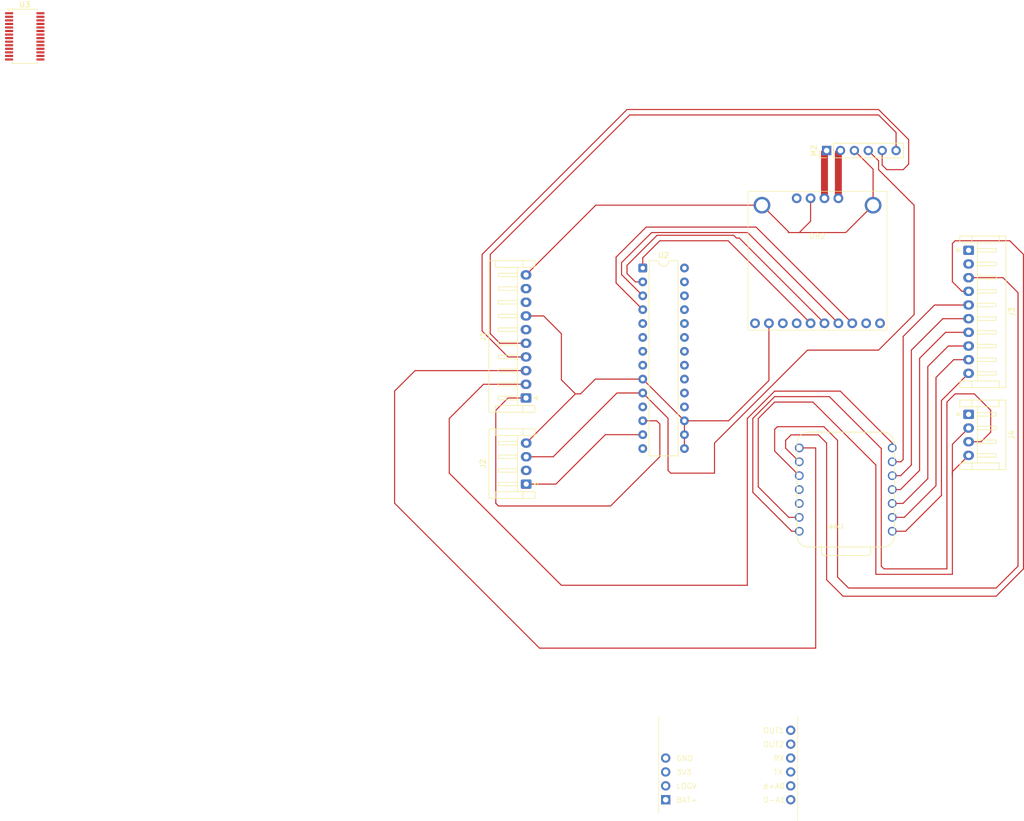
<source format=kicad_pcb>
(kicad_pcb (version 20241229) (generator "pcbnew") (generator_version "9.0")
  (layers (0 "F.Cu" signal) (2 "B.Cu" signal) (13 "F.Paste" user) (15 "B.Paste" user) (5 "F.SilkS" user "F.Silkscreen") (7 "B.SilkS" user "B.Silkscreen") (1 "F.Mask" user) (3 "B.Mask" user) (25 "Edge.Cuts" user))
  (net 0 "")
  (net 1 "/pr2")
  (net 2 "GND")
  (net 3 "/pr7")
  (net 4 "Net-(DR2-OUT2)")
  (net 5 "/TX")
  (net 6 "Net-(DR2-OUT1)")
  (net 7 "/pr8")
  (net 9 "/RX")
  (net 10 "Net-(DR2-PWM2)")
  (net 11 "/pr5")
  (net 12 "/pr6")
  (net 13 "/pr1")
  (net 14 "/pr3")
  (net 15 "/pr4")
  (net 16 "+12V")
  (net 17 "/D-A1")
  (net 18 "/encB")
  (net 19 "/D+A0")
  (net 20 "/SCL")
  (net 21 "/encA")
  (net 22 "Net-(DR2-EN)")
  (net 23 "/OUT1")
  (net 24 "/OUT2")
  (net 25 "+5V")
  (net 26 "/SDA")
  (net 27 "/RED")
  (net 28 "Net-(DR2-PWM1)")
  (net 29 "Net-(DR2-ENB)")
  (net 30 "/GREEN")
  (net 31 "/BLUE")
  (net 37 "Net-(U3-~{OE})")
  (net 51 "SDA")
  (net 52 "SCL")
  (net 70 "5v")
  (footprint "Connector_JST:JST_EH_S4B-EH_1x04_P2.50mm_Horizontal" (layer "F.Cu") (at 95.565 87 90)
    (property "Reference" "J2" (at 3.75 -7.9 90) (layer "F.SilkS"))
    (property "Value" "Conn_01x04_Pin")
    (pad "1" thru_hole roundrect (at 0 0 90) (size 1.7 1.95) (drill 0.95) (layers "*.Cu" "*.Mask") (roundrect_rratio 0.147059) (net 26 "/SDA"))
    (pad "2" thru_hole oval (at 2.5 0 90) (size 1.7 1.95) (drill 0.95) (layers "*.Cu" "*.Mask") (net 2 "GND"))
    (pad "3" thru_hole oval (at 5 0 90) (size 1.7 1.95) (drill 0.95) (layers "*.Cu" "*.Mask") (net 25 "+5V"))
    (pad "4" thru_hole oval (at 7.5 0 90) (size 1.7 1.95) (drill 0.95) (layers "*.Cu" "*.Mask") (net 2 "GND"))
  )
  (footprint "Package_SO:TSSOP-28_4.4x9.7mm_P0.65mm" (layer "F.Cu") (at 3.875 5.125)
    (property "Reference" "U3" (at 0 -5.8 0) (layer "F.SilkS"))
    (property "Value" "PCA9685PW")
    (pad "1" smd roundrect (at -2.8625 -4.225) (size 1.475 0.4) (layers "F.Cu" "F.Mask" "F.Paste") (net 2 "GND"))
    (pad "2" smd roundrect (at -2.8625 -3.575) (size 1.475 0.4) (layers "F.Cu" "F.Mask" "F.Paste") (net 2 "GND"))
    (pad "3" smd roundrect (at -2.8625 -2.925) (size 1.475 0.4) (layers "F.Cu" "F.Mask" "F.Paste") (net 2 "GND"))
    (pad "4" smd roundrect (at -2.8625 -2.275) (size 1.475 0.4) (layers "F.Cu" "F.Mask" "F.Paste") (net 2 "GND"))
    (pad "5" smd roundrect (at -2.8625 -1.625) (size 1.475 0.4) (layers "F.Cu" "F.Mask" "F.Paste") (net 2 "GND"))
    (pad "6" smd roundrect (at -2.8625 -0.975) (size 1.475 0.4) (layers "F.Cu" "F.Mask" "F.Paste") (net 22 "Net-(DR2-EN)"))
    (pad "7" smd roundrect (at -2.8625 -0.325) (size 1.475 0.4) (layers "F.Cu" "F.Mask" "F.Paste") (net 29 "Net-(DR2-ENB)"))
    (pad "8" smd roundrect (at -2.8625 0.325) (size 1.475 0.4) (layers "F.Cu" "F.Mask" "F.Paste") (net 10 "Net-(DR2-PWM2)"))
    (pad "9" smd roundrect (at -2.8625 0.975) (size 1.475 0.4) (layers "F.Cu" "F.Mask" "F.Paste") (net 28 "Net-(DR2-PWM1)"))
    (pad "10" smd roundrect (at -2.8625 1.625) (size 1.475 0.4) (layers "F.Cu" "F.Mask" "F.Paste") (net 27 "/RED"))
    (pad "11" smd roundrect (at -2.8625 2.275) (size 1.475 0.4) (layers "F.Cu" "F.Mask" "F.Paste") (net 30 "/GREEN"))
    (pad "12" smd roundrect (at -2.8625 2.925) (size 1.475 0.4) (layers "F.Cu" "F.Mask" "F.Paste") (net 31 "/BLUE"))
    (pad "13" smd roundrect (at -2.8625 3.575) (size 1.475 0.4) (layers "F.Cu" "F.Mask" "F.Paste"))
    (pad "14" smd roundrect (at -2.8625 4.225) (size 1.475 0.4) (layers "F.Cu" "F.Mask" "F.Paste") (net 25 "+5V"))
    (pad "15" smd roundrect (at 2.8625 4.225) (size 1.475 0.4) (layers "F.Cu" "F.Mask" "F.Paste"))
    (pad "16" smd roundrect (at 2.8625 3.575) (size 1.475 0.4) (layers "F.Cu" "F.Mask" "F.Paste"))
    (pad "17" smd roundrect (at 2.8625 2.925) (size 1.475 0.4) (layers "F.Cu" "F.Mask" "F.Paste"))
    (pad "18" smd roundrect (at 2.8625 2.275) (size 1.475 0.4) (layers "F.Cu" "F.Mask" "F.Paste"))
    (pad "19" smd roundrect (at 2.8625 1.625) (size 1.475 0.4) (layers "F.Cu" "F.Mask" "F.Paste"))
    (pad "20" smd roundrect (at 2.8625 0.975) (size 1.475 0.4) (layers "F.Cu" "F.Mask" "F.Paste"))
    (pad "21" smd roundrect (at 2.8625 0.325) (size 1.475 0.4) (layers "F.Cu" "F.Mask" "F.Paste"))
    (pad "22" smd roundrect (at 2.8625 -0.325) (size 1.475 0.4) (layers "F.Cu" "F.Mask" "F.Paste") (net 2 "GND"))
    (pad "23" smd roundrect (at 2.8625 -0.975) (size 1.475 0.4) (layers "F.Cu" "F.Mask" "F.Paste") (net 37 "Net-(U3-~{OE})"))
    (pad "24" smd roundrect (at 2.8625 -1.625) (size 1.475 0.4) (layers "F.Cu" "F.Mask" "F.Paste") (net 2 "GND"))
    (pad "25" smd roundrect (at 2.8625 -2.275) (size 1.475 0.4) (layers "F.Cu" "F.Mask" "F.Paste") (net 25 "+5V"))
    (pad "26" smd roundrect (at 2.8625 -2.925) (size 1.475 0.4) (layers "F.Cu" "F.Mask" "F.Paste") (net 20 "/SCL"))
    (pad "27" smd roundrect (at 2.8625 -3.575) (size 1.475 0.4) (layers "F.Cu" "F.Mask" "F.Paste") (net 26 "/SDA"))
    (pad "28" smd roundrect (at 2.8625 -4.225) (size 1.475 0.4) (layers "F.Cu" "F.Mask" "F.Paste") (net 2 "GND"))
  )
  (footprint "Connector_JST:JST_EH_S10B-EH_1x10_P2.50mm_Horizontal" (layer "F.Cu") (at 95.5325 71.25 90)
    (property "Reference" "J1" (at 11.25 -7.9 90) (layer "F.SilkS"))
    (property "Value" "Conn_01x10_Pin")
    (pad "1" thru_hole roundrect (at 0 0 90) (size 1.7 1.95) (drill 0.95) (layers "*.Cu" "*.Mask") (roundrect_rratio 0.147059) (net 2 "GND"))
    (pad "2" thru_hole oval (at 2.5 0 90) (size 1.7 1.95) (drill 0.95) (layers "*.Cu" "*.Mask") (net 17 "/D-A1"))
    (pad "3" thru_hole oval (at 5 0 90) (size 1.7 1.95) (drill 0.95) (layers "*.Cu" "*.Mask") (net 19 "/D+A0"))
    (pad "4" thru_hole oval (at 7.5 0 90) (size 1.7 1.95) (drill 0.95) (layers "*.Cu" "*.Mask") (net 23 "/OUT1"))
    (pad "5" thru_hole oval (at 10 0 90) (size 1.7 1.95) (drill 0.95) (layers "*.Cu" "*.Mask") (net 24 "/OUT2"))
    (pad "6" thru_hole oval (at 12.5 0 90) (size 1.7 1.95) (drill 0.95) (layers "*.Cu" "*.Mask") (net 21 "/encA"))
    (pad "7" thru_hole oval (at 15 0 90) (size 1.7 1.95) (drill 0.95) (layers "*.Cu" "*.Mask") (net 18 "/encB"))
    (pad "8" thru_hole oval (at 17.5 0 90) (size 1.7 1.95) (drill 0.95) (layers "*.Cu" "*.Mask") (net 5 "/TX"))
    (pad "9" thru_hole oval (at 20 0 90) (size 1.7 1.95) (drill 0.95) (layers "*.Cu" "*.Mask") (net 9 "/RX"))
    (pad "10" thru_hole oval (at 22.5 0 90) (size 1.7 1.95) (drill 0.95) (layers "*.Cu" "*.Mask") (net 20 "/SCL"))
  )
  (footprint "Library:motordriver" (layer "F.Cu") (at 148.84 46.16)
    (property "Reference" "DR2" (at 0 -4.5 0) (layer "F.SilkS") (effects (font (thickness 0.1))))
    (property "Value" "~")
    (pad "0" thru_hole circle (at -10.16 -10.16) (size 3.048 3.048) (drill 2.1844) (layers "*.Cu" "*.Mask") (net 2 "GND"))
    (pad "0" thru_hole circle (at 10.16 -10.16) (size 3.048 3.048) (drill 2.1844) (layers "*.Cu" "*.Mask") (net 2 "GND"))
    (pad "1" thru_hole circle (at -3.81 -11.43) (size 1.778 1.778) (drill 1.016) (layers "*.Cu" "*.Mask") (net 16 "+12V"))
    (pad "2" thru_hole circle (at -1.27 -11.43) (size 1.778 1.778) (drill 1.016) (layers "*.Cu" "*.Mask") (net 2 "GND"))
    (pad "3" thru_hole circle (at 1.27 -11.43) (size 1.778 1.778) (drill 1.016) (layers "*.Cu" "*.Mask") (net 4 "Net-(DR2-OUT2)"))
    (pad "4" thru_hole circle (at 3.81 -11.43) (size 1.778 1.778) (drill 1.016) (layers "*.Cu" "*.Mask") (net 6 "Net-(DR2-OUT1)"))
    (pad "5" thru_hole circle (at -11.43 11.43) (size 1.778 1.778) (drill 1.016) (layers "*.Cu" "*.Mask"))
    (pad "6" thru_hole circle (at -8.89 11.43) (size 1.778 1.778) (drill 1.016) (layers "*.Cu" "*.Mask") (net 2 "GND"))
    (pad "7" thru_hole circle (at -6.35 11.43) (size 1.778 1.778) (drill 1.016) (layers "*.Cu" "*.Mask"))
    (pad "8" thru_hole circle (at -3.81 11.43) (size 1.778 1.778) (drill 1.016) (layers "*.Cu" "*.Mask"))
    (pad "9" thru_hole circle (at -1.27 11.43) (size 1.778 1.778) (drill 1.016) (layers "*.Cu" "*.Mask") (net 22 "Net-(DR2-EN)"))
    (pad "10" thru_hole circle (at 1.27 11.43) (size 1.778 1.778) (drill 1.016) (layers "*.Cu" "*.Mask") (net 29 "Net-(DR2-ENB)"))
    (pad "11" thru_hole circle (at 3.81 11.43) (size 1.778 1.778) (drill 1.016) (layers "*.Cu" "*.Mask") (net 10 "Net-(DR2-PWM2)"))
    (pad "12" thru_hole circle (at 6.35 11.43) (size 1.778 1.778) (drill 1.016) (layers "*.Cu" "*.Mask") (net 28 "Net-(DR2-PWM1)"))
    (pad "13" thru_hole circle (at 8.89 11.43) (size 1.778 1.778) (drill 1.016) (layers "*.Cu" "*.Mask"))
    (pad "14" thru_hole circle (at 11.43 11.43) (size 1.778 1.778) (drill 1.016) (layers "*.Cu" "*.Mask"))
  )
  (footprint "Library:soccer-communication-module" (layer "F.Cu") (at 128.69 139.635)
    (property "Reference" "U1" (hide yes))
    (property "Value" "soccer communinication module" (hide yes))
    (fp_text user "d+A0" (at 10.16 3.175 0) (layer "F.SilkS") (effects (font (thickness 0.1)) (justify left bottom)))
    (fp_text user "RX" (at 12.065 -1.905 0) (layer "F.SilkS") (effects (font (thickness 0.1)) (justify left bottom)))
    (fp_text user "OUT1" (at 10.16 -6.985 0) (layer "F.SilkS") (effects (font (thickness 0.1)) (justify left bottom)))
    (fp_text user "BAT+" (at -5.715 5.715 0) (layer "F.SilkS") (effects (font (thickness 0.1)) (justify left bottom)))
    (fp_text user "OUT2" (at 10.16 -4.445 0) (layer "F.SilkS") (effects (font (thickness 0.1)) (justify left bottom)))
    (fp_text user "D-A1" (at 10.16 5.715 0) (layer "F.SilkS") (effects (font (thickness 0.1)) (justify left bottom)))
    (fp_text user "LOGV" (at -5.715 3.175 0) (layer "F.SilkS") (effects (font (thickness 0.1)) (justify left bottom)))
    (fp_text user "GND" (at -5.715 -1.905 0) (layer "F.SilkS") (effects (font (thickness 0.1)) (justify left bottom)))
    (fp_text user "TX" (at 12.065 0.635 0) (layer "F.SilkS") (effects (font (thickness 0.1)) (justify left bottom)))
    (fp_text user "3V3" (at -5.715 0.635 0) (layer "F.SilkS") (effects (font (thickness 0.1)) (justify left bottom)))
    (pad "1" thru_hole rect (at -7.62 5.08) (size 1.7 1.7) (drill 1) (layers "*.Cu" "*.Mask") (net 16 "+12V"))
    (pad "2" thru_hole oval (at -7.62 2.54) (size 1.7 1.7) (drill 1) (layers "*.Cu" "*.Mask") (net 25 "+5V"))
    (pad "3" thru_hole oval (at -7.62 0) (size 1.7 1.7) (drill 1) (layers "*.Cu" "*.Mask"))
    (pad "4" thru_hole oval (at -7.62 -2.54) (size 1.7 1.7) (drill 1) (layers "*.Cu" "*.Mask") (net 2 "GND"))
    (pad "5" thru_hole oval (at 15.24 5.08) (size 1.7 1.7) (drill 1) (layers "*.Cu" "*.Mask") (net 17 "/D-A1"))
    (pad "6" thru_hole oval (at 15.24 2.54) (size 1.7 1.7) (drill 1) (layers "*.Cu" "*.Mask") (net 19 "/D+A0"))
    (pad "7" thru_hole oval (at 15.24 0) (size 1.7 1.7) (drill 1) (layers "*.Cu" "*.Mask"))
    (pad "8" thru_hole oval (at 15.24 -2.54) (size 1.7 1.7) (drill 1) (layers "*.Cu" "*.Mask"))
    (pad "9" thru_hole oval (at 15.24 -5.08) (size 1.7 1.7) (drill 1) (layers "*.Cu" "*.Mask") (net 24 "/OUT2"))
    (pad "10" thru_hole oval (at 15.24 -7.62) (size 1.7 1.7) (drill 1) (layers "*.Cu" "*.Mask") (net 23 "/OUT1"))
  )
  (footprint "Seeed Studio XIAO Series Library:XIAO-SAMD21-SMD" (layer "F.Cu") (at 154 88 180)
    (property "Reference" "adc1" (at 0.127 -6.223 0) (layer "F.SilkS") (effects (font (size 0.78232 0.78232) (thickness 0.10668)) (justify right top)))
    (property "Value" "Seeed Studio XIAO SAMD21")
    (pad "1" thru_hole circle (at -8.5 -7.62 180) (size 1.6 1.6) (drill 1.1) (layers "*.Cu" "*.Mask") (net 13 "/pr1"))
    (pad "2" thru_hole circle (at -8.5 -5.08 180) (size 1.6 1.6) (drill 1.1) (layers "*.Cu" "*.Mask") (net 1 "/pr2"))
    (pad "3" thru_hole circle (at -8.5 -2.54 180) (size 1.6 1.6) (drill 1.1) (layers "*.Cu" "*.Mask") (net 14 "/pr3"))
    (pad "4" thru_hole circle (at -8.5 0 180) (size 1.6 1.6) (drill 1.1) (layers "*.Cu" "*.Mask") (net 15 "/pr4"))
    (pad "5" thru_hole circle (at -8.5 2.54 180) (size 1.6 1.6) (drill 1.1) (layers "*.Cu" "*.Mask") (net 11 "/pr5"))
    (pad "6" thru_hole circle (at -8.5 5.08 180) (size 1.6 1.6) (drill 1.1) (layers "*.Cu" "*.Mask") (net 12 "/pr6"))
    (pad "7" thru_hole circle (at -8.5 7.62 180) (size 1.6 1.6) (drill 1.1) (layers "*.Cu" "*.Mask") (net 9 "/RX"))
    (pad "8" thru_hole circle (at 8.5 7.62 180) (size 1.6 1.6) (drill 1.1) (layers "*.Cu" "*.Mask") (net 5 "/TX"))
    (pad "9" thru_hole circle (at 8.5 5.08 180) (size 1.6 1.6) (drill 1.1) (layers "*.Cu" "*.Mask") (net 3 "/pr7"))
    (pad "10" thru_hole circle (at 8.5 2.54 180) (size 1.6 1.6) (drill 1.1) (layers "*.Cu" "*.Mask") (net 7 "/pr8"))
    (pad "11" thru_hole circle (at 8.5 0 180) (size 1.6 1.6) (drill 1.1) (layers "*.Cu" "*.Mask"))
    (pad "12" thru_hole circle (at 8.5 -2.54 180) (size 1.6 1.6) (drill 1.1) (layers "*.Cu" "*.Mask"))
    (pad "13" thru_hole circle (at 8.509 -5.08 180) (size 1.6 1.6) (drill 1.1) (layers "*.Cu" "*.Mask") (net 2 "GND"))
    (pad "14" thru_hole circle (at 8.5 -7.62 180) (size 1.6 1.6) (drill 1.1) (layers "*.Cu" "*.Mask"))
  )
  (footprint "Connector_JST:JST_EH_S10B-EH_1x10_P2.50mm_Horizontal" (layer "F.Cu") (at 176.4675 44.25 -90)
    (property "Reference" "J3" (at 11.25 -7.9 90) (layer "F.SilkS"))
    (property "Value" "Conn_01x10_Pin")
    (pad "1" thru_hole roundrect (at 0 0 270) (size 1.7 1.95) (drill 0.95) (layers "*.Cu" "*.Mask") (roundrect_rratio 0.147059) (net 30 "/GREEN"))
    (pad "2" thru_hole oval (at 2.5 0 270) (size 1.7 1.95) (drill 0.95) (layers "*.Cu" "*.Mask") (net 27 "/RED"))
    (pad "3" thru_hole oval (at 5 0 270) (size 1.7 1.95) (drill 0.95) (layers "*.Cu" "*.Mask") (net 7 "/pr8"))
    (pad "4" thru_hole oval (at 7.5 0 270) (size 1.7 1.95) (drill 0.95) (layers "*.Cu" "*.Mask") (net 3 "/pr7"))
    (pad "5" thru_hole oval (at 10 0 270) (size 1.7 1.95) (drill 0.95) (layers "*.Cu" "*.Mask") (net 12 "/pr6"))
    (pad "6" thru_hole oval (at 12.5 0 270) (size 1.7 1.95) (drill 0.95) (layers "*.Cu" "*.Mask") (net 11 "/pr5"))
    (pad "7" thru_hole oval (at 15 0 270) (size 1.7 1.95) (drill 0.95) (layers "*.Cu" "*.Mask") (net 15 "/pr4"))
    (pad "8" thru_hole oval (at 17.5 0 270) (size 1.7 1.95) (drill 0.95) (layers "*.Cu" "*.Mask") (net 14 "/pr3"))
    (pad "9" thru_hole oval (at 20 0 270) (size 1.7 1.95) (drill 0.95) (layers "*.Cu" "*.Mask") (net 1 "/pr2"))
    (pad "10" thru_hole oval (at 22.5 0 270) (size 1.7 1.95) (drill 0.95) (layers "*.Cu" "*.Mask") (net 13 "/pr1"))
  )
  (footprint "Package_DIP:DIP-28_W7.62mm" (layer "F.Cu") (at 116.88 47.48)
    (property "Reference" "U2" (at 3.81 -2.33 0) (layer "F.SilkS"))
    (property "Value" "MCP23017_SP")
    (pad "1" thru_hole roundrect (at 0 0) (size 1.6 1.6) (drill 0.8) (layers "*.Cu" "*.Mask") (roundrect_rratio 0.15625) (net 22 "Net-(DR2-EN)"))
    (pad "2" thru_hole circle (at 0 2.54) (size 1.6 1.6) (drill 0.8) (layers "*.Cu" "*.Mask") (net 29 "Net-(DR2-ENB)"))
    (pad "3" thru_hole circle (at 0 5.08) (size 1.6 1.6) (drill 0.8) (layers "*.Cu" "*.Mask") (net 10 "Net-(DR2-PWM2)"))
    (pad "4" thru_hole circle (at 0 7.62) (size 1.6 1.6) (drill 0.8) (layers "*.Cu" "*.Mask") (net 28 "Net-(DR2-PWM1)"))
    (pad "5" thru_hole circle (at 0 10.16) (size 1.6 1.6) (drill 0.8) (layers "*.Cu" "*.Mask"))
    (pad "6" thru_hole circle (at 0 12.7) (size 1.6 1.6) (drill 0.8) (layers "*.Cu" "*.Mask"))
    (pad "7" thru_hole circle (at 0 15.24) (size 1.6 1.6) (drill 0.8) (layers "*.Cu" "*.Mask"))
    (pad "8" thru_hole circle (at 0 17.78) (size 1.6 1.6) (drill 0.8) (layers "*.Cu" "*.Mask"))
    (pad "9" thru_hole circle (at 0 20.32) (size 1.6 1.6) (drill 0.8) (layers "*.Cu" "*.Mask") (net 2 "GND"))
    (pad "10" thru_hole circle (at 0 22.86) (size 1.6 1.6) (drill 0.8) (layers "*.Cu" "*.Mask") (net 70 "5v"))
    (pad "11" thru_hole circle (at 0 25.4) (size 1.6 1.6) (drill 0.8) (layers "*.Cu" "*.Mask"))
    (pad "12" thru_hole circle (at 0 27.94) (size 1.6 1.6) (drill 0.8) (layers "*.Cu" "*.Mask") (net 52 "SCL"))
    (pad "13" thru_hole circle (at 0 30.48) (size 1.6 1.6) (drill 0.8) (layers "*.Cu" "*.Mask") (net 51 "SDA"))
    (pad "14" thru_hole circle (at 0 33.02) (size 1.6 1.6) (drill 0.8) (layers "*.Cu" "*.Mask"))
    (pad "15" thru_hole circle (at 7.62 33.02) (size 1.6 1.6) (drill 0.8) (layers "*.Cu" "*.Mask") (net 2 "GND"))
    (pad "16" thru_hole circle (at 7.62 30.48) (size 1.6 1.6) (drill 0.8) (layers "*.Cu" "*.Mask") (net 2 "GND"))
    (pad "17" thru_hole circle (at 7.62 27.94) (size 1.6 1.6) (drill 0.8) (layers "*.Cu" "*.Mask") (net 2 "GND"))
    (pad "18" thru_hole circle (at 7.62 25.4) (size 1.6 1.6) (drill 0.8) (layers "*.Cu" "*.Mask"))
    (pad "19" thru_hole circle (at 7.62 22.86) (size 1.6 1.6) (drill 0.8) (layers "*.Cu" "*.Mask"))
    (pad "20" thru_hole circle (at 7.62 20.32) (size 1.6 1.6) (drill 0.8) (layers "*.Cu" "*.Mask"))
    (pad "21" thru_hole circle (at 7.62 17.78) (size 1.6 1.6) (drill 0.8) (layers "*.Cu" "*.Mask"))
    (pad "22" thru_hole circle (at 7.62 15.24) (size 1.6 1.6) (drill 0.8) (layers "*.Cu" "*.Mask"))
    (pad "23" thru_hole circle (at 7.62 12.7) (size 1.6 1.6) (drill 0.8) (layers "*.Cu" "*.Mask"))
    (pad "24" thru_hole circle (at 7.62 10.16) (size 1.6 1.6) (drill 0.8) (layers "*.Cu" "*.Mask"))
    (pad "25" thru_hole circle (at 7.62 7.62) (size 1.6 1.6) (drill 0.8) (layers "*.Cu" "*.Mask"))
    (pad "26" thru_hole circle (at 7.62 5.08) (size 1.6 1.6) (drill 0.8) (layers "*.Cu" "*.Mask"))
    (pad "27" thru_hole circle (at 7.62 2.54) (size 1.6 1.6) (drill 0.8) (layers "*.Cu" "*.Mask"))
    (pad "28" thru_hole circle (at 7.62 0) (size 1.6 1.6) (drill 0.8) (layers "*.Cu" "*.Mask"))
  )
  (footprint "Connector_JST:JST_EH_S4B-EH_1x04_P2.50mm_Horizontal" (layer "F.Cu") (at 176.4675 74.25 -90)
    (property "Reference" "J4" (at 3.75 -7.9 90) (layer "F.SilkS"))
    (property "Value" "Conn_01x04_Pin" (hide yes))
    (pad "1" thru_hole roundrect (at 0 0 270) (size 1.7 1.95) (drill 0.95) (layers "*.Cu" "*.Mask") (roundrect_rratio 0.147059) (net 31 "/BLUE"))
    (pad "2" thru_hole oval (at 2.5 0 270) (size 1.7 1.95) (drill 0.95) (layers "*.Cu" "*.Mask") (net 2 "GND"))
    (pad "3" thru_hole oval (at 5 0 270) (size 1.7 1.95) (drill 0.95) (layers "*.Cu" "*.Mask") (net 25 "+5V"))
    (pad "4" thru_hole oval (at 7.5 0 270) (size 1.7 1.95) (drill 0.95) (layers "*.Cu" "*.Mask") (net 2 "GND"))
  )
  (footprint "Connector_PinHeader_2.54mm:PinHeader_1x06_P2.54mm_Vertical" (layer "F.Cu") (at 150.5 26 90)
    (property "Reference" "M2" (at 0 -2.33 90) (layer "F.SilkS"))
    (property "Value" "~")
    (pad "1" thru_hole rect (at 0 0 90) (size 1.7 1.7) (drill 1) (layers "*.Cu" "*.Mask") (net 4 "Net-(DR2-OUT2)"))
    (pad "2" thru_hole oval (at 0 2.54 90) (size 1.7 1.7) (drill 1) (layers "*.Cu" "*.Mask") (net 6 "Net-(DR2-OUT1)"))
    (pad "3" thru_hole oval (at 0 5.08 90) (size 1.7 1.7) (drill 1) (layers "*.Cu" "*.Mask") (net 2 "GND"))
    (pad "4" thru_hole oval (at 0 7.62 90) (size 1.7 1.7) (drill 1) (layers "*.Cu" "*.Mask") (net 25 "+5V"))
    (pad "5" thru_hole oval (at 0 10.16 90) (size 1.7 1.7) (drill 1) (layers "*.Cu" "*.Mask") (net 21 "/encA"))
    (pad "6" thru_hole oval (at 0 12.7 90) (size 1.7 1.7) (drill 1) (layers "*.Cu" "*.Mask") (net 18 "/encB"))
  )
  (segment (start 160.66 28.66) (end 160.66 26) (width 0.2) (layer "F.Cu") (net 0))
  (segment (start 102 105.5) (end 81.5 85) (width 0.2) (layer "F.Cu") (net 0))
  (segment (start 136 75) (end 136 105.5) (width 0.2) (layer "F.Cu") (net 0))
  (segment (start 87.5 45) (end 114 18.5) (width 0.2) (layer "F.Cu") (net 0))
  (segment (start 160 18.5) (end 165.5 24) (width 0.2) (layer "F.Cu") (net 0))
  (segment (start 81.5 85) (end 81.5 75) (width 0.2) (layer "F.Cu") (net 0))
  (segment (start 87.5 59) (end 87.5 45) (width 0.2) (layer "F.Cu") (net 0))
  (segment (start 165.5 24) (end 165.5 28.5) (width 0.2) (layer "F.Cu") (net 0))
  (segment (start 136 105.5) (end 102 105.5) (width 0.2) (layer "F.Cu") (net 0))
  (segment (start 90.75 61.25) (end 95.5325 61.25) (width 0.2) (layer "F.Cu") (net 0))
  (segment (start 148.5 117) (end 98 117) (width 0.2) (layer "F.Cu") (net 0))
  (segment (start 71.5 90.5) (end 71.5 70) (width 0.2) (layer "F.Cu") (net 0))
  (segment (start 165.5 28.5) (end 164.5 29.5) (width 0.2) (layer "F.Cu") (net 0))
  (segment (start 89 59.5) (end 90.75 61.25) (width 0.2) (layer "F.Cu") (net 0))
  (segment (start 81.5 75) (end 87.75 68.75) (width 0.2) (layer "F.Cu") (net 0))
  (segment (start 162.5 80.38) (end 162.5 79.5) (width 0.2) (layer "F.Cu") (net 0))
  (segment (start 75.25 66.25) (end 95.5325 66.25) (width 0.2) (layer "F.Cu") (net 0))
  (segment (start 89 45) (end 89 59.5) (width 0.2) (layer "F.Cu") (net 0))
  (segment (start 160 19.5) (end 114.5 19.5) (width 0.2) (layer "F.Cu") (net 0))
  (segment (start 153 70) (end 141 70) (width 0.2) (layer "F.Cu") (net 0))
  (segment (start 148.5 80.38) (end 148.5 117) (width 0.2) (layer "F.Cu") (net 0))
  (segment (start 71.5 70) (end 75.25 66.25) (width 0.2) (layer "F.Cu") (net 0))
  (segment (start 163.2 22.7) (end 160 19.5) (width 0.2) (layer "F.Cu") (net 0))
  (segment (start 141 70) (end 136 75) (width 0.2) (layer "F.Cu") (net 0))
  (segment (start 87.75 68.75) (end 95.5325 68.75) (width 0.2) (layer "F.Cu") (net 0))
  (segment (start 98 117) (end 71.5 90.5) (width 0.2) (layer "F.Cu") (net 0))
  (segment (start 95.5325 63.75) (end 92.25 63.75) (width 0.2) (layer "F.Cu") (net 0))
  (segment (start 145.5 80.38) (end 148.5 80.38) (width 0.2) (layer "F.Cu") (net 0))
  (segment (start 161.5 29.5) (end 160.66 28.66) (width 0.2) (layer "F.Cu") (net 0))
  (segment (start 92.25 63.75) (end 87.5 59) (width 0.2) (layer "F.Cu") (net 0))
  (segment (start 114.5 19.5) (end 89 45) (width 0.2) (layer "F.Cu") (net 0))
  (segment (start 164.5 29.5) (end 161.5 29.5) (width 0.2) (layer "F.Cu") (net 0))
  (segment (start 162.5 79.5) (end 153 70) (width 0.2) (layer "F.Cu") (net 0))
  (segment (start 114 18.5) (end 160 18.5) (width 0.2) (layer "F.Cu") (net 0))
  (segment (start 163.2 26) (end 163.2 22.7) (width 0.2) (layer "F.Cu") (net 0))
  (segment (start 176.4675 64.25) (end 173.75 64.25) (width 0.2) (layer "F.Cu") (net 1))
  (segment (start 173.75 64.25) (end 170.5 67.5) (width 0.2) (layer "F.Cu") (net 1))
  (segment (start 164.70355 93.08) (end 162.5 93.08) (width 0.2) (layer "F.Cu") (net 1))
  (segment (start 170.5 67.5) (end 170.5 87.28355) (width 0.2) (layer "F.Cu") (net 1))
  (segment (start 170.5 87.28355) (end 164.70355 93.08) (width 0.2) (layer "F.Cu") (net 1))
  (segment (start 124.5 75.42) (end 132.58 75.42) (width 0.2) (layer "F.Cu") (net 2))
  (segment (start 173.5 79.7175) (end 173.5 85.5) (width 0.2) (layer "F.Cu") (net 2))
  (segment (start 176.4675 76.75) (end 173.5 79.7175) (width 0.2) (layer "F.Cu") (net 2))
  (segment (start 143.5 41) (end 145.5 41) (width 0.2) (layer "F.Cu") (net 2))
  (segment (start 147.57 38.93) (end 145.5 41) (width 0.2) (layer "F.Cu") (net 2))
  (segment (start 98.75 56.25) (end 95.5325 56.25) (width 0.2) (layer "F.Cu") (net 2))
  (segment (start 159.5 83.5) (end 148 72) (width 0.2) (layer "F.Cu") (net 2))
  (segment (start 148 72) (end 141 72) (width 0.2) (layer "F.Cu") (net 2))
  (segment (start 143.5 40.82) (end 143.5 41) (width 0.2) (layer "F.Cu") (net 2))
  (segment (start 139.95 68.05) (end 139.95 57.59) (width 0.2) (layer "F.Cu") (net 2))
  (segment (start 108.2825 36) (end 95.5325 48.75) (width 0.2) (layer "F.Cu") (net 2))
  (segment (start 138 87.5) (end 143.58 93.08) (width 0.2) (layer "F.Cu") (net 2))
  (segment (start 104.565 70.5) (end 105.5 70.5) (width 0.2) (layer "F.Cu") (net 2))
  (segment (start 143.58 93.08) (end 145.491 93.08) (width 0.2) (layer "F.Cu") (net 2))
  (segment (start 173.5 85.5) (end 173.5 103.5) (width 0.2) (layer "F.Cu") (net 2))
  (segment (start 138.68 36) (end 143.5 40.82) (width 0.2) (layer "F.Cu") (net 2))
  (segment (start 154 41) (end 159 36) (width 0.2) (layer "F.Cu") (net 2))
  (segment (start 102 59.5) (end 98.75 56.25) (width 0.2) (layer "F.Cu") (net 2))
  (segment (start 102 67.935) (end 102 59.5) (width 0.2) (layer "F.Cu") (net 2))
  (segment (start 124.5 75.42) (end 124.5 80.5) (width 0.2) (layer "F.Cu") (net 2))
  (segment (start 116.88 67.8) (end 124.5 75.42) (width 0.2) (layer "F.Cu") (net 2))
  (segment (start 176.4675 81.75) (end 173.5 84.7175) (width 0.2) (layer "F.Cu") (net 2))
  (segment (start 95.565 79.5) (end 104.565 70.5) (width 0.2) (layer "F.Cu") (net 2))
  (segment (start 159 29.42) (end 155.58 26) (width 0.2) (layer "F.Cu") (net 2))
  (segment (start 108.2 67.8) (end 116.88 67.8) (width 0.2) (layer "F.Cu") (net 2))
  (segment (start 104.565 70.5) (end 102 67.935) (width 0.2) (layer "F.Cu") (net 2))
  (segment (start 145.5 41) (end 154 41) (width 0.2) (layer "F.Cu") (net 2))
  (segment (start 159 36) (end 159 29.42) (width 0.2) (layer "F.Cu") (net 2))
  (segment (start 138 75) (end 138 87.5) (width 0.2) (layer "F.Cu") (net 2))
  (segment (start 159.5 103.5) (end 159.5 83.5) (width 0.2) (layer "F.Cu") (net 2))
  (segment (start 105.5 70.5) (end 108.2 67.8) (width 0.2) (layer "F.Cu") (net 2))
  (segment (start 132.58 75.42) (end 139.95 68.05) (width 0.2) (layer "F.Cu") (net 2))
  (segment (start 147.57 34.73) (end 147.57 38.93) (width 0.2) (layer "F.Cu") (net 2))
  (segment (start 173.5 103.5) (end 159.5 103.5) (width 0.2) (layer "F.Cu") (net 2))
  (segment (start 138.68 36) (end 108.2825 36) (width 0.2) (layer "F.Cu") (net 2))
  (segment (start 141 72) (end 138 75) (width 0.2) (layer "F.Cu") (net 2))
  (segment (start 173.5 84.7175) (end 173.5 85.5) (width 0.2) (layer "F.Cu") (net 2))
  (segment (start 186.5 102.5) (end 181.5 107.5) (width 0.2) (layer "F.Cu") (net 3))
  (segment (start 149 78) (end 144 78) (width 0.2) (layer "F.Cu") (net 3))
  (segment (start 173.5 43) (end 174 42.5) (width 0.2) (layer "F.Cu") (net 3))
  (segment (start 176.4675 51.75) (end 175.25 51.75) (width 0.2) (layer "F.Cu") (net 3))
  (segment (start 143 80.42) (end 145.5 82.92) (width 0.2) (layer "F.Cu") (net 3))
  (segment (start 181.5 107.5) (end 153.5 107.5) (width 0.2) (layer "F.Cu") (net 3))
  (segment (start 174 42.5) (end 184 42.5) (width 0.2) (layer "F.Cu") (net 3))
  (segment (start 144 78) (end 143 79) (width 0.2) (layer "F.Cu") (net 3))
  (segment (start 143 79) (end 143 80.42) (width 0.2) (layer "F.Cu") (net 3))
  (segment (start 150.5 79.5) (end 149 78) (width 0.2) (layer "F.Cu") (net 3))
  (segment (start 175.25 51.75) (end 173.5 50) (width 0.2) (layer "F.Cu") (net 3))
  (segment (start 150.5 104.5) (end 150.5 79.5) (width 0.2) (layer "F.Cu") (net 3))
  (segment (start 153.5 107.5) (end 150.5 104.5) (width 0.2) (layer "F.Cu") (net 3))
  (segment (start 173.5 50) (end 173.5 43) (width 0.2) (layer "F.Cu") (net 3))
  (segment (start 184 42.5) (end 186.5 45) (width 0.2) (layer "F.Cu") (net 3))
  (segment (start 186.5 45) (end 186.5 102.5) (width 0.2) (layer "F.Cu") (net 3))
  (segment (start 150.11 26.39) (end 150.11 34.73) (width 1.27) (layer "F.Cu") (net 4))
  (segment (start 150.5 34.34) (end 150.11 34.73) (width 0.2) (layer "F.Cu") (net 4))
  (segment (start 150.5 26) (end 150.11 26.39) (width 1.27) (layer "F.Cu") (net 4))
  (segment (start 152.65 34.73) (end 152.65 26.39) (width 1.27) (layer "F.Cu") (net 6))
  (segment (start 141.5 76.5) (end 150 76.5) (width 0.2) (layer "F.Cu") (net 7))
  (segment (start 152.5 104) (end 154.5 106) (width 0.2) (layer "F.Cu") (net 7))
  (segment (start 154.5 106) (end 181.5 106) (width 0.2) (layer "F.Cu") (net 7))
  (segment (start 185.5 102) (end 185.5 52) (width 0.2) (layer "F.Cu") (net 7))
  (segment (start 182.75 49.25) (end 176.4675 49.25) (width 0.2) (layer "F.Cu") (net 7))
  (segment (start 181.5 106) (end 185.5 102) (width 0.2) (layer "F.Cu") (net 7))
  (segment (start 145.5 85.46) (end 141 80.96) (width 0.2) (layer "F.Cu") (net 7))
  (segment (start 185.5 52) (end 182.75 49.25) (width 0.2) (layer "F.Cu") (net 7))
  (segment (start 152.5 79) (end 152.5 104) (width 0.2) (layer "F.Cu") (net 7))
  (segment (start 141 77) (end 141.5 76.5) (width 0.2) (layer "F.Cu") (net 7))
  (segment (start 150 76.5) (end 152.5 79) (width 0.2) (layer "F.Cu") (net 7))
  (segment (start 141 80.96) (end 141 77) (width 0.2) (layer "F.Cu") (net 7))
  (segment (start 118.5 41) (end 136.06 41) (width 0.2) (layer "F.Cu") (net 10))
  (segment (start 136.06 41) (end 152.65 57.59) (width 0.2) (layer "F.Cu") (net 10))
  (segment (start 113 48.68) (end 113 46.5) (width 0.2) (layer "F.Cu") (net 10))
  (segment (start 113 46.5) (end 118.5 41) (width 0.2) (layer "F.Cu") (net 10))
  (segment (start 116.88 52.56) (end 113 48.68) (width 0.2) (layer "F.Cu") (net 10))
  (segment (start 166 62.5) (end 171.75 56.75) (width 0.2) (layer "F.Cu") (net 11))
  (segment (start 164.04 85.46) (end 166 83.5) (width 0.2) (layer "F.Cu") (net 11))
  (segment (start 171.75 56.75) (end 176.4675 56.75) (width 0.2) (layer "F.Cu") (net 11))
  (segment (start 162.5 85.46) (end 164.04 85.46) (width 0.2) (layer "F.Cu") (net 11))
  (segment (start 166 83.5) (end 166 62.5) (width 0.2) (layer "F.Cu") (net 11))
  (segment (start 164.5 60) (end 170.25 54.25) (width 0.2) (layer "F.Cu") (net 12))
  (segment (start 162.5 82.92) (end 164.08 82.92) (width 0.2) (layer "F.Cu") (net 12))
  (segment (start 170.25 54.25) (end 176.4675 54.25) (width 0.2) (layer "F.Cu") (net 12))
  (segment (start 164.08 82.92) (end 164.5 82.5) (width 0.2) (layer "F.Cu") (net 12))
  (segment (start 164.5 82.5) (end 164.5 60) (width 0.2) (layer "F.Cu") (net 12))
  (segment (start 171.5 89.0671) (end 171.5 71.7175) (width 0.2) (layer "F.Cu") (net 13))
  (segment (start 171.5 71.7175) (end 176.4675 66.75) (width 0.2) (layer "F.Cu") (net 13))
  (segment (start 164.9471 95.62) (end 171.5 89.0671) (width 0.2) (layer "F.Cu") (net 13))
  (segment (start 162.5 95.62) (end 164.9471 95.62) (width 0.2) (layer "F.Cu") (net 13))
  (segment (start 162.5 90.54) (end 164.46 90.54) (width 0.2) (layer "F.Cu") (net 14))
  (segment (start 169 86) (end 169 65.5) (width 0.2) (layer "F.Cu") (net 14))
  (segment (start 164.46 90.54) (end 169 86) (width 0.2) (layer "F.Cu") (net 14))
  (segment (start 169 65.5) (end 172.75 61.75) (width 0.2) (layer "F.Cu") (net 14))
  (segment (start 172.75 61.75) (end 176.4675 61.75) (width 0.2) (layer "F.Cu") (net 14))
  (segment (start 167.5 64) (end 172.25 59.25) (width 0.2) (layer "F.Cu") (net 15))
  (segment (start 167.5 84.5) (end 167.5 64) (width 0.2) (layer "F.Cu") (net 15))
  (segment (start 164 88) (end 167.5 84.5) (width 0.2) (layer "F.Cu") (net 15))
  (segment (start 172.25 59.25) (end 176.4675 59.25) (width 0.2) (layer "F.Cu") (net 15))
  (segment (start 162.5 88) (end 164 88) (width 0.2) (layer "F.Cu") (net 15))
  (segment (start 116.88 47.48) (end 116.88 45.62) (width 0.2) (layer "F.Cu") (net 22))
  (segment (start 132.48 42.5) (end 147.57 57.59) (width 0.2) (layer "F.Cu") (net 22))
  (segment (start 116.88 45.62) (end 120 42.5) (width 0.2) (layer "F.Cu") (net 22))
  (segment (start 120 42.5) (end 132.48 42.5) (width 0.2) (layer "F.Cu") (net 22))
  (segment (start 117.5 40) (end 137.6 40) (width 0.2) (layer "F.Cu") (net 28))
  (segment (start 137.6 40) (end 155.19 57.59) (width 0.2) (layer "F.Cu") (net 28))
  (segment (start 116.88 55.1) (end 112 50.22) (width 0.2) (layer "F.Cu") (net 28))
  (segment (start 112 45.5) (end 117.5 40) (width 0.2) (layer "F.Cu") (net 28))
  (segment (start 112 50.22) (end 112 45.5) (width 0.2) (layer "F.Cu") (net 28))
  (segment (start 114 47) (end 119.5 41.5) (width 0.2) (layer "F.Cu") (net 29))
  (segment (start 133.5 41.5) (end 134 42) (width 0.2) (layer "F.Cu") (net 29))
  (segment (start 134.52 42) (end 150.11 57.59) (width 0.2) (layer "F.Cu") (net 29))
  (segment (start 134 42) (end 134.52 42) (width 0.2) (layer "F.Cu") (net 29))
  (segment (start 115.52 50.02) (end 114 48.5) (width 0.2) (layer "F.Cu") (net 29))
  (segment (start 114 48.5) (end 114 47) (width 0.2) (layer "F.Cu") (net 29))
  (segment (start 116.88 50.02) (end 115.52 50.02) (width 0.2) (layer "F.Cu") (net 29))
  (segment (start 119.5 41.5) (end 133.5 41.5) (width 0.2) (layer "F.Cu") (net 29))
  (segment (start 110.04 77.96) (end 116.88 77.96) (width 0.2) (layer "F.Cu") (net 51))
  (segment (start 101 87) (end 110.04 77.96) (width 0.2) (layer "F.Cu") (net 51))
  (segment (start 95.565 87) (end 101 87) (width 0.2) (layer "F.Cu") (net 51))
  (segment (start 120 82) (end 120 76) (width 0.2) (layer "F.Cu") (net 52))
  (segment (start 111 91) (end 120 82) (width 0.2) (layer "F.Cu") (net 52))
  (segment (start 119.42 75.42) (end 116.88 75.42) (width 0.2) (layer "F.Cu") (net 52))
  (segment (start 90 73.5) (end 90 90.5) (width 0.2) (layer "F.Cu") (net 52))
  (segment (start 90 90.5) (end 90.5 91) (width 0.2) (layer "F.Cu") (net 52))
  (segment (start 90.5 91) (end 111 91) (width 0.2) (layer "F.Cu") (net 52))
  (segment (start 92.25 71.25) (end 90 73.5) (width 0.2) (layer "F.Cu") (net 52))
  (segment (start 95.5325 71.25) (end 92.25 71.25) (width 0.2) (layer "F.Cu") (net 52))
  (segment (start 120 76) (end 119.42 75.42) (width 0.2) (layer "F.Cu") (net 52))
  (segment (start 147 62.5) (end 160 62.5) (width 0.2) (layer "F.Cu") (net 70))
  (segment (start 172.5 102.5) (end 172.5 72) (width 0.2) (layer "F.Cu") (net 70))
  (segment (start 137 88.5) (end 137 75) (width 0.2) (layer "F.Cu") (net 70))
  (segment (start 121.5 74.96) (end 121.5 84.5) (width 0.2) (layer "F.Cu") (net 70))
  (segment (start 121.5 84.5) (end 122 85) (width 0.2) (layer "F.Cu") (net 70))
  (segment (start 172.5 72) (end 174 70.5) (width 0.2) (layer "F.Cu") (net 70))
  (segment (start 145.5 95.62) (end 144.12 95.62) (width 0.2) (layer "F.Cu") (net 70))
  (segment (start 161 102.5) (end 172.5 102.5) (width 0.2) (layer "F.Cu") (net 70))
  (segment (start 160 27.88) (end 158.12 26) (width 0.2) (layer "F.Cu") (net 70))
  (segment (start 122 85) (end 130 85) (width 0.2) (layer "F.Cu") (net 70))
  (segment (start 160.5 102) (end 161 102.5) (width 0.2) (layer "F.Cu") (net 70))
  (segment (start 178.75 79.25) (end 176.4675 79.25) (width 0.2) (layer "F.Cu") (net 70))
  (segment (start 100.5 82) (end 112.16 70.34) (width 0.2) (layer "F.Cu") (net 70))
  (segment (start 166.5 56) (end 166.5 36) (width 0.2) (layer "F.Cu") (net 70))
  (segment (start 116.88 70.34) (end 121.5 74.96) (width 0.2) (layer "F.Cu") (net 70))
  (segment (start 180.5 77.5) (end 178.75 79.25) (width 0.2) (layer "F.Cu") (net 70))
  (segment (start 160.5 80.5) (end 160.5 102) (width 0.2) (layer "F.Cu") (net 70))
  (segment (start 151 71) (end 160.5 80.5) (width 0.2) (layer "F.Cu") (net 70))
  (segment (start 130 85) (end 130 79.5) (width 0.2) (layer "F.Cu") (net 70))
  (segment (start 112.16 70.34) (end 116.88 70.34) (width 0.2) (layer "F.Cu") (net 70))
  (segment (start 166.5 36) (end 160 29.5) (width 0.2) (layer "F.Cu") (net 70))
  (segment (start 160 29.5) (end 160 27.88) (width 0.2) (layer "F.Cu") (net 70))
  (segment (start 95.565 82) (end 100.5 82) (width 0.2) (layer "F.Cu") (net 70))
  (segment (start 130 79.5) (end 147 62.5) (width 0.2) (layer "F.Cu") (net 70))
  (segment (start 141 71) (end 151 71) (width 0.2) (layer "F.Cu") (net 70))
  (segment (start 144.12 95.62) (end 137 88.5) (width 0.2) (layer "F.Cu") (net 70))
  (segment (start 180.5 73.5) (end 180.5 77.5) (width 0.2) (layer "F.Cu") (net 70))
  (segment (start 137 75) (end 141 71) (width 0.2) (layer "F.Cu") (net 70))
  (segment (start 177.5 70.5) (end 180.5 73.5) (width 0.2) (layer "F.Cu") (net 70))
  (segment (start 160 62.5) (end 166.5 56) (width 0.2) (layer "F.Cu") (net 70))
  (segment (start 174 70.5) (end 177.5 70.5) (width 0.2) (layer "F.Cu") (net 70))
)
</source>
